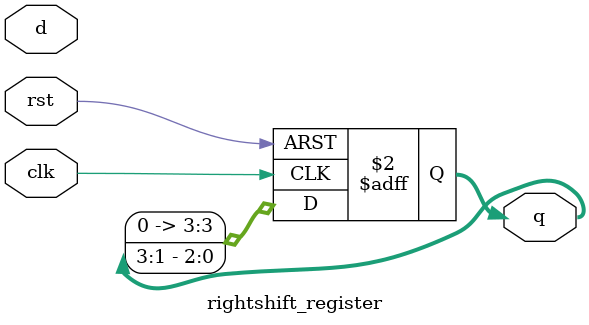
<source format=v>
module rightshift_register (
    input clk, rst,d,
    output reg [3:0] q);
    always @(posedge clk or posedge rst) begin
        if (rst) 
            q <= 0;
        else 
            q <= {1'b0, q[3:1]};
    end
endmodule

</source>
